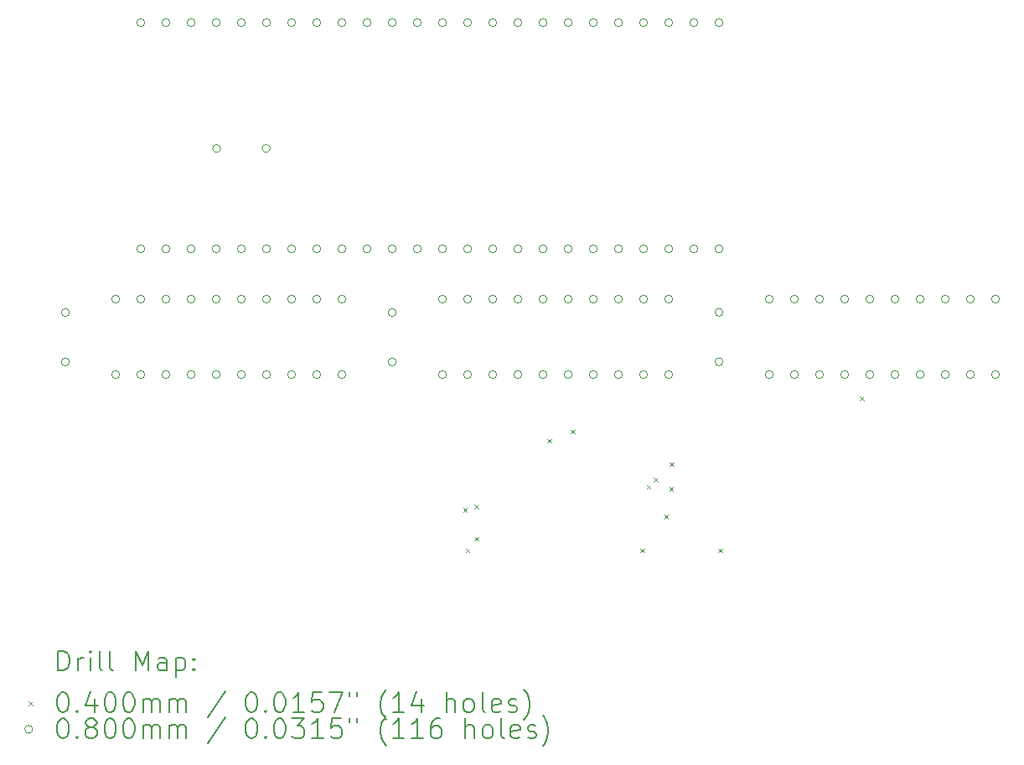
<source format=gbr>
%TF.GenerationSoftware,KiCad,Pcbnew,(6.0.9)*%
%TF.CreationDate,2023-03-03T19:20:50+01:00*%
%TF.ProjectId,02_Cartucho_MSX_Tang_Nano_9k_TMS9918,30325f43-6172-4747-9563-686f5f4d5358,rev?*%
%TF.SameCoordinates,Original*%
%TF.FileFunction,Drillmap*%
%TF.FilePolarity,Positive*%
%FSLAX45Y45*%
G04 Gerber Fmt 4.5, Leading zero omitted, Abs format (unit mm)*
G04 Created by KiCad (PCBNEW (6.0.9)) date 2023-03-03 19:20:50*
%MOMM*%
%LPD*%
G01*
G04 APERTURE LIST*
%ADD10C,0.200000*%
%ADD11C,0.040000*%
%ADD12C,0.080000*%
G04 APERTURE END LIST*
D10*
D11*
X9986600Y-13032500D02*
X10026600Y-13072500D01*
X10026600Y-13032500D02*
X9986600Y-13072500D01*
X10013000Y-13442000D02*
X10053000Y-13482000D01*
X10053000Y-13442000D02*
X10013000Y-13482000D01*
X10099300Y-12998000D02*
X10139300Y-13038000D01*
X10139300Y-12998000D02*
X10099300Y-13038000D01*
X10100500Y-13323300D02*
X10140500Y-13363300D01*
X10140500Y-13323300D02*
X10100500Y-13363300D01*
X10840700Y-12332000D02*
X10880700Y-12372000D01*
X10880700Y-12332000D02*
X10840700Y-12372000D01*
X11072300Y-12238400D02*
X11112300Y-12278400D01*
X11112300Y-12238400D02*
X11072300Y-12278400D01*
X11775800Y-13442000D02*
X11815800Y-13482000D01*
X11815800Y-13442000D02*
X11775800Y-13482000D01*
X11840600Y-12798600D02*
X11880600Y-12838600D01*
X11880600Y-12798600D02*
X11840600Y-12838600D01*
X11911400Y-12727900D02*
X11951400Y-12767900D01*
X11951400Y-12727900D02*
X11911400Y-12767900D01*
X12019000Y-13099000D02*
X12059000Y-13139000D01*
X12059000Y-13099000D02*
X12019000Y-13139000D01*
X12070600Y-12819700D02*
X12110600Y-12859700D01*
X12110600Y-12819700D02*
X12070600Y-12859700D01*
X12072800Y-12568400D02*
X12112800Y-12608400D01*
X12112800Y-12568400D02*
X12072800Y-12608400D01*
X12568200Y-13442000D02*
X12608200Y-13482000D01*
X12608200Y-13442000D02*
X12568200Y-13482000D01*
X13997600Y-11906600D02*
X14037600Y-11946600D01*
X14037600Y-11906600D02*
X13997600Y-11946600D01*
D12*
X6009000Y-11057000D02*
G75*
G03*
X6009000Y-11057000I-40000J0D01*
G01*
X6009000Y-11557000D02*
G75*
G03*
X6009000Y-11557000I-40000J0D01*
G01*
X6517000Y-10922000D02*
G75*
G03*
X6517000Y-10922000I-40000J0D01*
G01*
X6517000Y-11684000D02*
G75*
G03*
X6517000Y-11684000I-40000J0D01*
G01*
X6771000Y-8128000D02*
G75*
G03*
X6771000Y-8128000I-40000J0D01*
G01*
X6771000Y-10414000D02*
G75*
G03*
X6771000Y-10414000I-40000J0D01*
G01*
X6771000Y-10922000D02*
G75*
G03*
X6771000Y-10922000I-40000J0D01*
G01*
X6771000Y-11684000D02*
G75*
G03*
X6771000Y-11684000I-40000J0D01*
G01*
X7025000Y-8128000D02*
G75*
G03*
X7025000Y-8128000I-40000J0D01*
G01*
X7025000Y-10414000D02*
G75*
G03*
X7025000Y-10414000I-40000J0D01*
G01*
X7025000Y-10922000D02*
G75*
G03*
X7025000Y-10922000I-40000J0D01*
G01*
X7025000Y-11684000D02*
G75*
G03*
X7025000Y-11684000I-40000J0D01*
G01*
X7279000Y-8128000D02*
G75*
G03*
X7279000Y-8128000I-40000J0D01*
G01*
X7279000Y-10414000D02*
G75*
G03*
X7279000Y-10414000I-40000J0D01*
G01*
X7279000Y-10922000D02*
G75*
G03*
X7279000Y-10922000I-40000J0D01*
G01*
X7279000Y-11684000D02*
G75*
G03*
X7279000Y-11684000I-40000J0D01*
G01*
X7533000Y-8128000D02*
G75*
G03*
X7533000Y-8128000I-40000J0D01*
G01*
X7533000Y-10414000D02*
G75*
G03*
X7533000Y-10414000I-40000J0D01*
G01*
X7533000Y-10922000D02*
G75*
G03*
X7533000Y-10922000I-40000J0D01*
G01*
X7533000Y-11684000D02*
G75*
G03*
X7533000Y-11684000I-40000J0D01*
G01*
X7537000Y-9398000D02*
G75*
G03*
X7537000Y-9398000I-40000J0D01*
G01*
X7787000Y-8128000D02*
G75*
G03*
X7787000Y-8128000I-40000J0D01*
G01*
X7787000Y-10414000D02*
G75*
G03*
X7787000Y-10414000I-40000J0D01*
G01*
X7787000Y-10922000D02*
G75*
G03*
X7787000Y-10922000I-40000J0D01*
G01*
X7787000Y-11684000D02*
G75*
G03*
X7787000Y-11684000I-40000J0D01*
G01*
X8037000Y-9398000D02*
G75*
G03*
X8037000Y-9398000I-40000J0D01*
G01*
X8041000Y-8128000D02*
G75*
G03*
X8041000Y-8128000I-40000J0D01*
G01*
X8041000Y-10414000D02*
G75*
G03*
X8041000Y-10414000I-40000J0D01*
G01*
X8041000Y-10922000D02*
G75*
G03*
X8041000Y-10922000I-40000J0D01*
G01*
X8041000Y-11684000D02*
G75*
G03*
X8041000Y-11684000I-40000J0D01*
G01*
X8295000Y-8128000D02*
G75*
G03*
X8295000Y-8128000I-40000J0D01*
G01*
X8295000Y-10414000D02*
G75*
G03*
X8295000Y-10414000I-40000J0D01*
G01*
X8295000Y-10922000D02*
G75*
G03*
X8295000Y-10922000I-40000J0D01*
G01*
X8295000Y-11684000D02*
G75*
G03*
X8295000Y-11684000I-40000J0D01*
G01*
X8549000Y-8128000D02*
G75*
G03*
X8549000Y-8128000I-40000J0D01*
G01*
X8549000Y-10414000D02*
G75*
G03*
X8549000Y-10414000I-40000J0D01*
G01*
X8549000Y-10922000D02*
G75*
G03*
X8549000Y-10922000I-40000J0D01*
G01*
X8549000Y-11684000D02*
G75*
G03*
X8549000Y-11684000I-40000J0D01*
G01*
X8803000Y-8128000D02*
G75*
G03*
X8803000Y-8128000I-40000J0D01*
G01*
X8803000Y-10414000D02*
G75*
G03*
X8803000Y-10414000I-40000J0D01*
G01*
X8803000Y-10922000D02*
G75*
G03*
X8803000Y-10922000I-40000J0D01*
G01*
X8803000Y-11684000D02*
G75*
G03*
X8803000Y-11684000I-40000J0D01*
G01*
X9057000Y-8128000D02*
G75*
G03*
X9057000Y-8128000I-40000J0D01*
G01*
X9057000Y-10414000D02*
G75*
G03*
X9057000Y-10414000I-40000J0D01*
G01*
X9311000Y-8128000D02*
G75*
G03*
X9311000Y-8128000I-40000J0D01*
G01*
X9311000Y-10414000D02*
G75*
G03*
X9311000Y-10414000I-40000J0D01*
G01*
X9311000Y-11057000D02*
G75*
G03*
X9311000Y-11057000I-40000J0D01*
G01*
X9311000Y-11557000D02*
G75*
G03*
X9311000Y-11557000I-40000J0D01*
G01*
X9565000Y-8128000D02*
G75*
G03*
X9565000Y-8128000I-40000J0D01*
G01*
X9565000Y-10414000D02*
G75*
G03*
X9565000Y-10414000I-40000J0D01*
G01*
X9819000Y-8128000D02*
G75*
G03*
X9819000Y-8128000I-40000J0D01*
G01*
X9819000Y-10414000D02*
G75*
G03*
X9819000Y-10414000I-40000J0D01*
G01*
X9819000Y-10922000D02*
G75*
G03*
X9819000Y-10922000I-40000J0D01*
G01*
X9819000Y-11684000D02*
G75*
G03*
X9819000Y-11684000I-40000J0D01*
G01*
X10073000Y-8128000D02*
G75*
G03*
X10073000Y-8128000I-40000J0D01*
G01*
X10073000Y-10414000D02*
G75*
G03*
X10073000Y-10414000I-40000J0D01*
G01*
X10073000Y-10922000D02*
G75*
G03*
X10073000Y-10922000I-40000J0D01*
G01*
X10073000Y-11684000D02*
G75*
G03*
X10073000Y-11684000I-40000J0D01*
G01*
X10327000Y-8128000D02*
G75*
G03*
X10327000Y-8128000I-40000J0D01*
G01*
X10327000Y-10414000D02*
G75*
G03*
X10327000Y-10414000I-40000J0D01*
G01*
X10327000Y-10922000D02*
G75*
G03*
X10327000Y-10922000I-40000J0D01*
G01*
X10327000Y-11684000D02*
G75*
G03*
X10327000Y-11684000I-40000J0D01*
G01*
X10581000Y-8128000D02*
G75*
G03*
X10581000Y-8128000I-40000J0D01*
G01*
X10581000Y-10414000D02*
G75*
G03*
X10581000Y-10414000I-40000J0D01*
G01*
X10581000Y-10922000D02*
G75*
G03*
X10581000Y-10922000I-40000J0D01*
G01*
X10581000Y-11684000D02*
G75*
G03*
X10581000Y-11684000I-40000J0D01*
G01*
X10835000Y-8128000D02*
G75*
G03*
X10835000Y-8128000I-40000J0D01*
G01*
X10835000Y-10414000D02*
G75*
G03*
X10835000Y-10414000I-40000J0D01*
G01*
X10835000Y-10922000D02*
G75*
G03*
X10835000Y-10922000I-40000J0D01*
G01*
X10835000Y-11684000D02*
G75*
G03*
X10835000Y-11684000I-40000J0D01*
G01*
X11089000Y-8128000D02*
G75*
G03*
X11089000Y-8128000I-40000J0D01*
G01*
X11089000Y-10414000D02*
G75*
G03*
X11089000Y-10414000I-40000J0D01*
G01*
X11089000Y-10922000D02*
G75*
G03*
X11089000Y-10922000I-40000J0D01*
G01*
X11089000Y-11684000D02*
G75*
G03*
X11089000Y-11684000I-40000J0D01*
G01*
X11343000Y-8128000D02*
G75*
G03*
X11343000Y-8128000I-40000J0D01*
G01*
X11343000Y-10414000D02*
G75*
G03*
X11343000Y-10414000I-40000J0D01*
G01*
X11343000Y-10922000D02*
G75*
G03*
X11343000Y-10922000I-40000J0D01*
G01*
X11343000Y-11684000D02*
G75*
G03*
X11343000Y-11684000I-40000J0D01*
G01*
X11597000Y-8128000D02*
G75*
G03*
X11597000Y-8128000I-40000J0D01*
G01*
X11597000Y-10414000D02*
G75*
G03*
X11597000Y-10414000I-40000J0D01*
G01*
X11597000Y-10922000D02*
G75*
G03*
X11597000Y-10922000I-40000J0D01*
G01*
X11597000Y-11684000D02*
G75*
G03*
X11597000Y-11684000I-40000J0D01*
G01*
X11851000Y-8128000D02*
G75*
G03*
X11851000Y-8128000I-40000J0D01*
G01*
X11851000Y-10414000D02*
G75*
G03*
X11851000Y-10414000I-40000J0D01*
G01*
X11851000Y-10922000D02*
G75*
G03*
X11851000Y-10922000I-40000J0D01*
G01*
X11851000Y-11684000D02*
G75*
G03*
X11851000Y-11684000I-40000J0D01*
G01*
X12105000Y-8128000D02*
G75*
G03*
X12105000Y-8128000I-40000J0D01*
G01*
X12105000Y-10414000D02*
G75*
G03*
X12105000Y-10414000I-40000J0D01*
G01*
X12105000Y-10922000D02*
G75*
G03*
X12105000Y-10922000I-40000J0D01*
G01*
X12105000Y-11684000D02*
G75*
G03*
X12105000Y-11684000I-40000J0D01*
G01*
X12359000Y-8128000D02*
G75*
G03*
X12359000Y-8128000I-40000J0D01*
G01*
X12359000Y-10414000D02*
G75*
G03*
X12359000Y-10414000I-40000J0D01*
G01*
X12613000Y-8128000D02*
G75*
G03*
X12613000Y-8128000I-40000J0D01*
G01*
X12613000Y-10414000D02*
G75*
G03*
X12613000Y-10414000I-40000J0D01*
G01*
X12613000Y-11053000D02*
G75*
G03*
X12613000Y-11053000I-40000J0D01*
G01*
X12613000Y-11553000D02*
G75*
G03*
X12613000Y-11553000I-40000J0D01*
G01*
X13121000Y-10922000D02*
G75*
G03*
X13121000Y-10922000I-40000J0D01*
G01*
X13121000Y-11684000D02*
G75*
G03*
X13121000Y-11684000I-40000J0D01*
G01*
X13375000Y-10922000D02*
G75*
G03*
X13375000Y-10922000I-40000J0D01*
G01*
X13375000Y-11684000D02*
G75*
G03*
X13375000Y-11684000I-40000J0D01*
G01*
X13629000Y-10922000D02*
G75*
G03*
X13629000Y-10922000I-40000J0D01*
G01*
X13629000Y-11684000D02*
G75*
G03*
X13629000Y-11684000I-40000J0D01*
G01*
X13883000Y-10922000D02*
G75*
G03*
X13883000Y-10922000I-40000J0D01*
G01*
X13883000Y-11684000D02*
G75*
G03*
X13883000Y-11684000I-40000J0D01*
G01*
X14137000Y-10922000D02*
G75*
G03*
X14137000Y-10922000I-40000J0D01*
G01*
X14137000Y-11684000D02*
G75*
G03*
X14137000Y-11684000I-40000J0D01*
G01*
X14391000Y-10922000D02*
G75*
G03*
X14391000Y-10922000I-40000J0D01*
G01*
X14391000Y-11684000D02*
G75*
G03*
X14391000Y-11684000I-40000J0D01*
G01*
X14645000Y-10922000D02*
G75*
G03*
X14645000Y-10922000I-40000J0D01*
G01*
X14645000Y-11684000D02*
G75*
G03*
X14645000Y-11684000I-40000J0D01*
G01*
X14899000Y-10922000D02*
G75*
G03*
X14899000Y-10922000I-40000J0D01*
G01*
X14899000Y-11684000D02*
G75*
G03*
X14899000Y-11684000I-40000J0D01*
G01*
X15153000Y-10922000D02*
G75*
G03*
X15153000Y-10922000I-40000J0D01*
G01*
X15153000Y-11684000D02*
G75*
G03*
X15153000Y-11684000I-40000J0D01*
G01*
X15407000Y-10922000D02*
G75*
G03*
X15407000Y-10922000I-40000J0D01*
G01*
X15407000Y-11684000D02*
G75*
G03*
X15407000Y-11684000I-40000J0D01*
G01*
D10*
X5896419Y-14674176D02*
X5896419Y-14474176D01*
X5944038Y-14474176D01*
X5972609Y-14483700D01*
X5991657Y-14502748D01*
X6001181Y-14521795D01*
X6010705Y-14559890D01*
X6010705Y-14588462D01*
X6001181Y-14626557D01*
X5991657Y-14645605D01*
X5972609Y-14664652D01*
X5944038Y-14674176D01*
X5896419Y-14674176D01*
X6096419Y-14674176D02*
X6096419Y-14540843D01*
X6096419Y-14578938D02*
X6105943Y-14559890D01*
X6115467Y-14550367D01*
X6134514Y-14540843D01*
X6153562Y-14540843D01*
X6220228Y-14674176D02*
X6220228Y-14540843D01*
X6220228Y-14474176D02*
X6210705Y-14483700D01*
X6220228Y-14493224D01*
X6229752Y-14483700D01*
X6220228Y-14474176D01*
X6220228Y-14493224D01*
X6344038Y-14674176D02*
X6324990Y-14664652D01*
X6315467Y-14645605D01*
X6315467Y-14474176D01*
X6448800Y-14674176D02*
X6429752Y-14664652D01*
X6420228Y-14645605D01*
X6420228Y-14474176D01*
X6677371Y-14674176D02*
X6677371Y-14474176D01*
X6744038Y-14617033D01*
X6810705Y-14474176D01*
X6810705Y-14674176D01*
X6991657Y-14674176D02*
X6991657Y-14569414D01*
X6982133Y-14550367D01*
X6963086Y-14540843D01*
X6924990Y-14540843D01*
X6905943Y-14550367D01*
X6991657Y-14664652D02*
X6972609Y-14674176D01*
X6924990Y-14674176D01*
X6905943Y-14664652D01*
X6896419Y-14645605D01*
X6896419Y-14626557D01*
X6905943Y-14607509D01*
X6924990Y-14597986D01*
X6972609Y-14597986D01*
X6991657Y-14588462D01*
X7086895Y-14540843D02*
X7086895Y-14740843D01*
X7086895Y-14550367D02*
X7105943Y-14540843D01*
X7144038Y-14540843D01*
X7163086Y-14550367D01*
X7172609Y-14559890D01*
X7182133Y-14578938D01*
X7182133Y-14636081D01*
X7172609Y-14655128D01*
X7163086Y-14664652D01*
X7144038Y-14674176D01*
X7105943Y-14674176D01*
X7086895Y-14664652D01*
X7267848Y-14655128D02*
X7277371Y-14664652D01*
X7267848Y-14674176D01*
X7258324Y-14664652D01*
X7267848Y-14655128D01*
X7267848Y-14674176D01*
X7267848Y-14550367D02*
X7277371Y-14559890D01*
X7267848Y-14569414D01*
X7258324Y-14559890D01*
X7267848Y-14550367D01*
X7267848Y-14569414D01*
D11*
X5598800Y-14983700D02*
X5638800Y-15023700D01*
X5638800Y-14983700D02*
X5598800Y-15023700D01*
D10*
X5934514Y-14894176D02*
X5953562Y-14894176D01*
X5972609Y-14903700D01*
X5982133Y-14913224D01*
X5991657Y-14932271D01*
X6001181Y-14970367D01*
X6001181Y-15017986D01*
X5991657Y-15056081D01*
X5982133Y-15075128D01*
X5972609Y-15084652D01*
X5953562Y-15094176D01*
X5934514Y-15094176D01*
X5915467Y-15084652D01*
X5905943Y-15075128D01*
X5896419Y-15056081D01*
X5886895Y-15017986D01*
X5886895Y-14970367D01*
X5896419Y-14932271D01*
X5905943Y-14913224D01*
X5915467Y-14903700D01*
X5934514Y-14894176D01*
X6086895Y-15075128D02*
X6096419Y-15084652D01*
X6086895Y-15094176D01*
X6077371Y-15084652D01*
X6086895Y-15075128D01*
X6086895Y-15094176D01*
X6267848Y-14960843D02*
X6267848Y-15094176D01*
X6220228Y-14884652D02*
X6172609Y-15027509D01*
X6296419Y-15027509D01*
X6410705Y-14894176D02*
X6429752Y-14894176D01*
X6448800Y-14903700D01*
X6458324Y-14913224D01*
X6467848Y-14932271D01*
X6477371Y-14970367D01*
X6477371Y-15017986D01*
X6467848Y-15056081D01*
X6458324Y-15075128D01*
X6448800Y-15084652D01*
X6429752Y-15094176D01*
X6410705Y-15094176D01*
X6391657Y-15084652D01*
X6382133Y-15075128D01*
X6372609Y-15056081D01*
X6363086Y-15017986D01*
X6363086Y-14970367D01*
X6372609Y-14932271D01*
X6382133Y-14913224D01*
X6391657Y-14903700D01*
X6410705Y-14894176D01*
X6601181Y-14894176D02*
X6620228Y-14894176D01*
X6639276Y-14903700D01*
X6648800Y-14913224D01*
X6658324Y-14932271D01*
X6667848Y-14970367D01*
X6667848Y-15017986D01*
X6658324Y-15056081D01*
X6648800Y-15075128D01*
X6639276Y-15084652D01*
X6620228Y-15094176D01*
X6601181Y-15094176D01*
X6582133Y-15084652D01*
X6572609Y-15075128D01*
X6563086Y-15056081D01*
X6553562Y-15017986D01*
X6553562Y-14970367D01*
X6563086Y-14932271D01*
X6572609Y-14913224D01*
X6582133Y-14903700D01*
X6601181Y-14894176D01*
X6753562Y-15094176D02*
X6753562Y-14960843D01*
X6753562Y-14979890D02*
X6763086Y-14970367D01*
X6782133Y-14960843D01*
X6810705Y-14960843D01*
X6829752Y-14970367D01*
X6839276Y-14989414D01*
X6839276Y-15094176D01*
X6839276Y-14989414D02*
X6848800Y-14970367D01*
X6867848Y-14960843D01*
X6896419Y-14960843D01*
X6915467Y-14970367D01*
X6924990Y-14989414D01*
X6924990Y-15094176D01*
X7020228Y-15094176D02*
X7020228Y-14960843D01*
X7020228Y-14979890D02*
X7029752Y-14970367D01*
X7048800Y-14960843D01*
X7077371Y-14960843D01*
X7096419Y-14970367D01*
X7105943Y-14989414D01*
X7105943Y-15094176D01*
X7105943Y-14989414D02*
X7115467Y-14970367D01*
X7134514Y-14960843D01*
X7163086Y-14960843D01*
X7182133Y-14970367D01*
X7191657Y-14989414D01*
X7191657Y-15094176D01*
X7582133Y-14884652D02*
X7410705Y-15141795D01*
X7839276Y-14894176D02*
X7858324Y-14894176D01*
X7877371Y-14903700D01*
X7886895Y-14913224D01*
X7896419Y-14932271D01*
X7905943Y-14970367D01*
X7905943Y-15017986D01*
X7896419Y-15056081D01*
X7886895Y-15075128D01*
X7877371Y-15084652D01*
X7858324Y-15094176D01*
X7839276Y-15094176D01*
X7820228Y-15084652D01*
X7810705Y-15075128D01*
X7801181Y-15056081D01*
X7791657Y-15017986D01*
X7791657Y-14970367D01*
X7801181Y-14932271D01*
X7810705Y-14913224D01*
X7820228Y-14903700D01*
X7839276Y-14894176D01*
X7991657Y-15075128D02*
X8001181Y-15084652D01*
X7991657Y-15094176D01*
X7982133Y-15084652D01*
X7991657Y-15075128D01*
X7991657Y-15094176D01*
X8124990Y-14894176D02*
X8144038Y-14894176D01*
X8163086Y-14903700D01*
X8172609Y-14913224D01*
X8182133Y-14932271D01*
X8191657Y-14970367D01*
X8191657Y-15017986D01*
X8182133Y-15056081D01*
X8172609Y-15075128D01*
X8163086Y-15084652D01*
X8144038Y-15094176D01*
X8124990Y-15094176D01*
X8105943Y-15084652D01*
X8096419Y-15075128D01*
X8086895Y-15056081D01*
X8077371Y-15017986D01*
X8077371Y-14970367D01*
X8086895Y-14932271D01*
X8096419Y-14913224D01*
X8105943Y-14903700D01*
X8124990Y-14894176D01*
X8382133Y-15094176D02*
X8267848Y-15094176D01*
X8324990Y-15094176D02*
X8324990Y-14894176D01*
X8305943Y-14922748D01*
X8286895Y-14941795D01*
X8267848Y-14951319D01*
X8563086Y-14894176D02*
X8467848Y-14894176D01*
X8458324Y-14989414D01*
X8467848Y-14979890D01*
X8486895Y-14970367D01*
X8534514Y-14970367D01*
X8553562Y-14979890D01*
X8563086Y-14989414D01*
X8572610Y-15008462D01*
X8572610Y-15056081D01*
X8563086Y-15075128D01*
X8553562Y-15084652D01*
X8534514Y-15094176D01*
X8486895Y-15094176D01*
X8467848Y-15084652D01*
X8458324Y-15075128D01*
X8639276Y-14894176D02*
X8772610Y-14894176D01*
X8686895Y-15094176D01*
X8839276Y-14894176D02*
X8839276Y-14932271D01*
X8915467Y-14894176D02*
X8915467Y-14932271D01*
X9210705Y-15170367D02*
X9201181Y-15160843D01*
X9182133Y-15132271D01*
X9172610Y-15113224D01*
X9163086Y-15084652D01*
X9153562Y-15037033D01*
X9153562Y-14998938D01*
X9163086Y-14951319D01*
X9172610Y-14922748D01*
X9182133Y-14903700D01*
X9201181Y-14875128D01*
X9210705Y-14865605D01*
X9391657Y-15094176D02*
X9277371Y-15094176D01*
X9334514Y-15094176D02*
X9334514Y-14894176D01*
X9315467Y-14922748D01*
X9296419Y-14941795D01*
X9277371Y-14951319D01*
X9563086Y-14960843D02*
X9563086Y-15094176D01*
X9515467Y-14884652D02*
X9467848Y-15027509D01*
X9591657Y-15027509D01*
X9820229Y-15094176D02*
X9820229Y-14894176D01*
X9905943Y-15094176D02*
X9905943Y-14989414D01*
X9896419Y-14970367D01*
X9877371Y-14960843D01*
X9848800Y-14960843D01*
X9829752Y-14970367D01*
X9820229Y-14979890D01*
X10029752Y-15094176D02*
X10010705Y-15084652D01*
X10001181Y-15075128D01*
X9991657Y-15056081D01*
X9991657Y-14998938D01*
X10001181Y-14979890D01*
X10010705Y-14970367D01*
X10029752Y-14960843D01*
X10058324Y-14960843D01*
X10077371Y-14970367D01*
X10086895Y-14979890D01*
X10096419Y-14998938D01*
X10096419Y-15056081D01*
X10086895Y-15075128D01*
X10077371Y-15084652D01*
X10058324Y-15094176D01*
X10029752Y-15094176D01*
X10210705Y-15094176D02*
X10191657Y-15084652D01*
X10182133Y-15065605D01*
X10182133Y-14894176D01*
X10363086Y-15084652D02*
X10344038Y-15094176D01*
X10305943Y-15094176D01*
X10286895Y-15084652D01*
X10277371Y-15065605D01*
X10277371Y-14989414D01*
X10286895Y-14970367D01*
X10305943Y-14960843D01*
X10344038Y-14960843D01*
X10363086Y-14970367D01*
X10372610Y-14989414D01*
X10372610Y-15008462D01*
X10277371Y-15027509D01*
X10448800Y-15084652D02*
X10467848Y-15094176D01*
X10505943Y-15094176D01*
X10524990Y-15084652D01*
X10534514Y-15065605D01*
X10534514Y-15056081D01*
X10524990Y-15037033D01*
X10505943Y-15027509D01*
X10477371Y-15027509D01*
X10458324Y-15017986D01*
X10448800Y-14998938D01*
X10448800Y-14989414D01*
X10458324Y-14970367D01*
X10477371Y-14960843D01*
X10505943Y-14960843D01*
X10524990Y-14970367D01*
X10601181Y-15170367D02*
X10610705Y-15160843D01*
X10629752Y-15132271D01*
X10639276Y-15113224D01*
X10648800Y-15084652D01*
X10658324Y-15037033D01*
X10658324Y-14998938D01*
X10648800Y-14951319D01*
X10639276Y-14922748D01*
X10629752Y-14903700D01*
X10610705Y-14875128D01*
X10601181Y-14865605D01*
D12*
X5638800Y-15267700D02*
G75*
G03*
X5638800Y-15267700I-40000J0D01*
G01*
D10*
X5934514Y-15158176D02*
X5953562Y-15158176D01*
X5972609Y-15167700D01*
X5982133Y-15177224D01*
X5991657Y-15196271D01*
X6001181Y-15234367D01*
X6001181Y-15281986D01*
X5991657Y-15320081D01*
X5982133Y-15339128D01*
X5972609Y-15348652D01*
X5953562Y-15358176D01*
X5934514Y-15358176D01*
X5915467Y-15348652D01*
X5905943Y-15339128D01*
X5896419Y-15320081D01*
X5886895Y-15281986D01*
X5886895Y-15234367D01*
X5896419Y-15196271D01*
X5905943Y-15177224D01*
X5915467Y-15167700D01*
X5934514Y-15158176D01*
X6086895Y-15339128D02*
X6096419Y-15348652D01*
X6086895Y-15358176D01*
X6077371Y-15348652D01*
X6086895Y-15339128D01*
X6086895Y-15358176D01*
X6210705Y-15243890D02*
X6191657Y-15234367D01*
X6182133Y-15224843D01*
X6172609Y-15205795D01*
X6172609Y-15196271D01*
X6182133Y-15177224D01*
X6191657Y-15167700D01*
X6210705Y-15158176D01*
X6248800Y-15158176D01*
X6267848Y-15167700D01*
X6277371Y-15177224D01*
X6286895Y-15196271D01*
X6286895Y-15205795D01*
X6277371Y-15224843D01*
X6267848Y-15234367D01*
X6248800Y-15243890D01*
X6210705Y-15243890D01*
X6191657Y-15253414D01*
X6182133Y-15262938D01*
X6172609Y-15281986D01*
X6172609Y-15320081D01*
X6182133Y-15339128D01*
X6191657Y-15348652D01*
X6210705Y-15358176D01*
X6248800Y-15358176D01*
X6267848Y-15348652D01*
X6277371Y-15339128D01*
X6286895Y-15320081D01*
X6286895Y-15281986D01*
X6277371Y-15262938D01*
X6267848Y-15253414D01*
X6248800Y-15243890D01*
X6410705Y-15158176D02*
X6429752Y-15158176D01*
X6448800Y-15167700D01*
X6458324Y-15177224D01*
X6467848Y-15196271D01*
X6477371Y-15234367D01*
X6477371Y-15281986D01*
X6467848Y-15320081D01*
X6458324Y-15339128D01*
X6448800Y-15348652D01*
X6429752Y-15358176D01*
X6410705Y-15358176D01*
X6391657Y-15348652D01*
X6382133Y-15339128D01*
X6372609Y-15320081D01*
X6363086Y-15281986D01*
X6363086Y-15234367D01*
X6372609Y-15196271D01*
X6382133Y-15177224D01*
X6391657Y-15167700D01*
X6410705Y-15158176D01*
X6601181Y-15158176D02*
X6620228Y-15158176D01*
X6639276Y-15167700D01*
X6648800Y-15177224D01*
X6658324Y-15196271D01*
X6667848Y-15234367D01*
X6667848Y-15281986D01*
X6658324Y-15320081D01*
X6648800Y-15339128D01*
X6639276Y-15348652D01*
X6620228Y-15358176D01*
X6601181Y-15358176D01*
X6582133Y-15348652D01*
X6572609Y-15339128D01*
X6563086Y-15320081D01*
X6553562Y-15281986D01*
X6553562Y-15234367D01*
X6563086Y-15196271D01*
X6572609Y-15177224D01*
X6582133Y-15167700D01*
X6601181Y-15158176D01*
X6753562Y-15358176D02*
X6753562Y-15224843D01*
X6753562Y-15243890D02*
X6763086Y-15234367D01*
X6782133Y-15224843D01*
X6810705Y-15224843D01*
X6829752Y-15234367D01*
X6839276Y-15253414D01*
X6839276Y-15358176D01*
X6839276Y-15253414D02*
X6848800Y-15234367D01*
X6867848Y-15224843D01*
X6896419Y-15224843D01*
X6915467Y-15234367D01*
X6924990Y-15253414D01*
X6924990Y-15358176D01*
X7020228Y-15358176D02*
X7020228Y-15224843D01*
X7020228Y-15243890D02*
X7029752Y-15234367D01*
X7048800Y-15224843D01*
X7077371Y-15224843D01*
X7096419Y-15234367D01*
X7105943Y-15253414D01*
X7105943Y-15358176D01*
X7105943Y-15253414D02*
X7115467Y-15234367D01*
X7134514Y-15224843D01*
X7163086Y-15224843D01*
X7182133Y-15234367D01*
X7191657Y-15253414D01*
X7191657Y-15358176D01*
X7582133Y-15148652D02*
X7410705Y-15405795D01*
X7839276Y-15158176D02*
X7858324Y-15158176D01*
X7877371Y-15167700D01*
X7886895Y-15177224D01*
X7896419Y-15196271D01*
X7905943Y-15234367D01*
X7905943Y-15281986D01*
X7896419Y-15320081D01*
X7886895Y-15339128D01*
X7877371Y-15348652D01*
X7858324Y-15358176D01*
X7839276Y-15358176D01*
X7820228Y-15348652D01*
X7810705Y-15339128D01*
X7801181Y-15320081D01*
X7791657Y-15281986D01*
X7791657Y-15234367D01*
X7801181Y-15196271D01*
X7810705Y-15177224D01*
X7820228Y-15167700D01*
X7839276Y-15158176D01*
X7991657Y-15339128D02*
X8001181Y-15348652D01*
X7991657Y-15358176D01*
X7982133Y-15348652D01*
X7991657Y-15339128D01*
X7991657Y-15358176D01*
X8124990Y-15158176D02*
X8144038Y-15158176D01*
X8163086Y-15167700D01*
X8172609Y-15177224D01*
X8182133Y-15196271D01*
X8191657Y-15234367D01*
X8191657Y-15281986D01*
X8182133Y-15320081D01*
X8172609Y-15339128D01*
X8163086Y-15348652D01*
X8144038Y-15358176D01*
X8124990Y-15358176D01*
X8105943Y-15348652D01*
X8096419Y-15339128D01*
X8086895Y-15320081D01*
X8077371Y-15281986D01*
X8077371Y-15234367D01*
X8086895Y-15196271D01*
X8096419Y-15177224D01*
X8105943Y-15167700D01*
X8124990Y-15158176D01*
X8258324Y-15158176D02*
X8382133Y-15158176D01*
X8315467Y-15234367D01*
X8344038Y-15234367D01*
X8363086Y-15243890D01*
X8372609Y-15253414D01*
X8382133Y-15272462D01*
X8382133Y-15320081D01*
X8372609Y-15339128D01*
X8363086Y-15348652D01*
X8344038Y-15358176D01*
X8286895Y-15358176D01*
X8267848Y-15348652D01*
X8258324Y-15339128D01*
X8572610Y-15358176D02*
X8458324Y-15358176D01*
X8515467Y-15358176D02*
X8515467Y-15158176D01*
X8496419Y-15186748D01*
X8477371Y-15205795D01*
X8458324Y-15215319D01*
X8753562Y-15158176D02*
X8658324Y-15158176D01*
X8648800Y-15253414D01*
X8658324Y-15243890D01*
X8677371Y-15234367D01*
X8724990Y-15234367D01*
X8744038Y-15243890D01*
X8753562Y-15253414D01*
X8763086Y-15272462D01*
X8763086Y-15320081D01*
X8753562Y-15339128D01*
X8744038Y-15348652D01*
X8724990Y-15358176D01*
X8677371Y-15358176D01*
X8658324Y-15348652D01*
X8648800Y-15339128D01*
X8839276Y-15158176D02*
X8839276Y-15196271D01*
X8915467Y-15158176D02*
X8915467Y-15196271D01*
X9210705Y-15434367D02*
X9201181Y-15424843D01*
X9182133Y-15396271D01*
X9172610Y-15377224D01*
X9163086Y-15348652D01*
X9153562Y-15301033D01*
X9153562Y-15262938D01*
X9163086Y-15215319D01*
X9172610Y-15186748D01*
X9182133Y-15167700D01*
X9201181Y-15139128D01*
X9210705Y-15129605D01*
X9391657Y-15358176D02*
X9277371Y-15358176D01*
X9334514Y-15358176D02*
X9334514Y-15158176D01*
X9315467Y-15186748D01*
X9296419Y-15205795D01*
X9277371Y-15215319D01*
X9582133Y-15358176D02*
X9467848Y-15358176D01*
X9524990Y-15358176D02*
X9524990Y-15158176D01*
X9505943Y-15186748D01*
X9486895Y-15205795D01*
X9467848Y-15215319D01*
X9753562Y-15158176D02*
X9715467Y-15158176D01*
X9696419Y-15167700D01*
X9686895Y-15177224D01*
X9667848Y-15205795D01*
X9658324Y-15243890D01*
X9658324Y-15320081D01*
X9667848Y-15339128D01*
X9677371Y-15348652D01*
X9696419Y-15358176D01*
X9734514Y-15358176D01*
X9753562Y-15348652D01*
X9763086Y-15339128D01*
X9772610Y-15320081D01*
X9772610Y-15272462D01*
X9763086Y-15253414D01*
X9753562Y-15243890D01*
X9734514Y-15234367D01*
X9696419Y-15234367D01*
X9677371Y-15243890D01*
X9667848Y-15253414D01*
X9658324Y-15272462D01*
X10010705Y-15358176D02*
X10010705Y-15158176D01*
X10096419Y-15358176D02*
X10096419Y-15253414D01*
X10086895Y-15234367D01*
X10067848Y-15224843D01*
X10039276Y-15224843D01*
X10020229Y-15234367D01*
X10010705Y-15243890D01*
X10220229Y-15358176D02*
X10201181Y-15348652D01*
X10191657Y-15339128D01*
X10182133Y-15320081D01*
X10182133Y-15262938D01*
X10191657Y-15243890D01*
X10201181Y-15234367D01*
X10220229Y-15224843D01*
X10248800Y-15224843D01*
X10267848Y-15234367D01*
X10277371Y-15243890D01*
X10286895Y-15262938D01*
X10286895Y-15320081D01*
X10277371Y-15339128D01*
X10267848Y-15348652D01*
X10248800Y-15358176D01*
X10220229Y-15358176D01*
X10401181Y-15358176D02*
X10382133Y-15348652D01*
X10372610Y-15329605D01*
X10372610Y-15158176D01*
X10553562Y-15348652D02*
X10534514Y-15358176D01*
X10496419Y-15358176D01*
X10477371Y-15348652D01*
X10467848Y-15329605D01*
X10467848Y-15253414D01*
X10477371Y-15234367D01*
X10496419Y-15224843D01*
X10534514Y-15224843D01*
X10553562Y-15234367D01*
X10563086Y-15253414D01*
X10563086Y-15272462D01*
X10467848Y-15291509D01*
X10639276Y-15348652D02*
X10658324Y-15358176D01*
X10696419Y-15358176D01*
X10715467Y-15348652D01*
X10724990Y-15329605D01*
X10724990Y-15320081D01*
X10715467Y-15301033D01*
X10696419Y-15291509D01*
X10667848Y-15291509D01*
X10648800Y-15281986D01*
X10639276Y-15262938D01*
X10639276Y-15253414D01*
X10648800Y-15234367D01*
X10667848Y-15224843D01*
X10696419Y-15224843D01*
X10715467Y-15234367D01*
X10791657Y-15434367D02*
X10801181Y-15424843D01*
X10820229Y-15396271D01*
X10829752Y-15377224D01*
X10839276Y-15348652D01*
X10848800Y-15301033D01*
X10848800Y-15262938D01*
X10839276Y-15215319D01*
X10829752Y-15186748D01*
X10820229Y-15167700D01*
X10801181Y-15139128D01*
X10791657Y-15129605D01*
M02*

</source>
